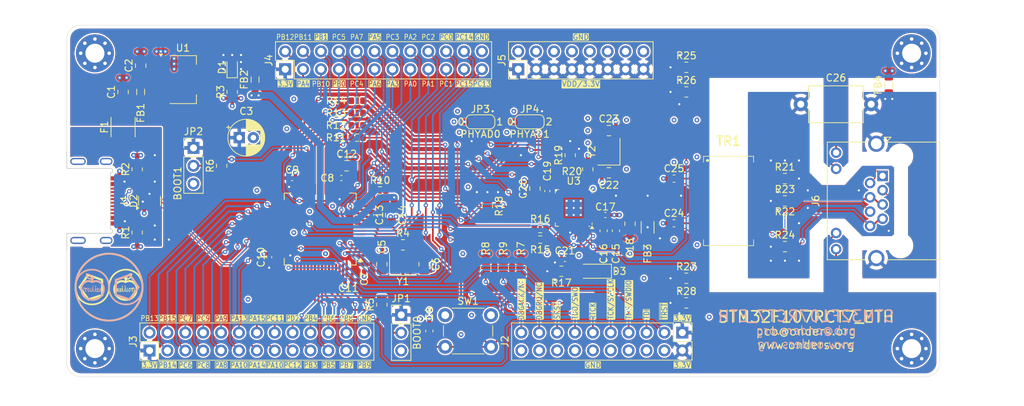
<source format=kicad_pcb>
(kicad_pcb
	(version 20241229)
	(generator "pcbnew")
	(generator_version "9.0")
	(general
		(thickness 1.6)
		(legacy_teardrops no)
	)
	(paper "A4")
	(layers
		(0 "F.Cu" signal)
		(4 "In1.Cu" signal)
		(6 "In2.Cu" signal)
		(2 "B.Cu" signal)
		(9 "F.Adhes" user "F.Adhesive")
		(11 "B.Adhes" user "B.Adhesive")
		(13 "F.Paste" user)
		(15 "B.Paste" user)
		(5 "F.SilkS" user "F.Silkscreen")
		(7 "B.SilkS" user "B.Silkscreen")
		(1 "F.Mask" user)
		(3 "B.Mask" user)
		(17 "Dwgs.User" user "User.Drawings")
		(19 "Cmts.User" user "User.Comments")
		(21 "Eco1.User" user "User.Eco1")
		(23 "Eco2.User" user "User.Eco2")
		(25 "Edge.Cuts" user)
		(27 "Margin" user)
		(31 "F.CrtYd" user "F.Courtyard")
		(29 "B.CrtYd" user "B.Courtyard")
		(35 "F.Fab" user)
		(33 "B.Fab" user)
		(39 "User.1" user)
		(41 "User.2" user)
		(43 "User.3" user)
		(45 "User.4" user)
	)
	(setup
		(stackup
			(layer "F.SilkS"
				(type "Top Silk Screen")
			)
			(layer "F.Paste"
				(type "Top Solder Paste")
			)
			(layer "F.Mask"
				(type "Top Solder Mask")
				(thickness 0.01)
			)
			(layer "F.Cu"
				(type "copper")
				(thickness 0.035)
			)
			(layer "dielectric 1"
				(type "prepreg")
				(thickness 0.1)
				(material "FR4")
				(epsilon_r 4.5)
				(loss_tangent 0.02)
			)
			(layer "In1.Cu"
				(type "copper")
				(thickness 0.035)
			)
			(layer "dielectric 2"
				(type "core")
				(thickness 1.24)
				(material "FR4")
				(epsilon_r 4.5)
				(loss_tangent 0.02)
			)
			(layer "In2.Cu"
				(type "copper")
				(thickness 0.035)
			)
			(layer "dielectric 3"
				(type "prepreg")
				(thickness 0.1)
				(material "FR4")
				(epsilon_r 4.5)
				(loss_tangent 0.02)
			)
			(layer "B.Cu"
				(type "copper")
				(thickness 0.035)
			)
			(layer "B.Mask"
				(type "Bottom Solder Mask")
				(thickness 0.01)
			)
			(layer "B.Paste"
				(type "Bottom Solder Paste")
			)
			(layer "B.SilkS"
				(type "Bottom Silk Screen")
			)
			(copper_finish "ENIG")
			(dielectric_constraints no)
		)
		(pad_to_mask_clearance 0)
		(allow_soldermask_bridges_in_footprints no)
		(tenting front back)
		(pcbplotparams
			(layerselection 0x00000000_00000000_55555555_5755f5ff)
			(plot_on_all_layers_selection 0x00000000_00000000_00000000_00000000)
			(disableapertmacros no)
			(usegerberextensions yes)
			(usegerberattributes no)
			(usegerberadvancedattributes no)
			(creategerberjobfile no)
			(dashed_line_dash_ratio 12.000000)
			(dashed_line_gap_ratio 3.000000)
			(svgprecision 6)
			(plotframeref no)
			(mode 1)
			(useauxorigin no)
			(hpglpennumber 1)
			(hpglpenspeed 20)
			(hpglpendiameter 15.000000)
			(pdf_front_fp_property_popups yes)
			(pdf_back_fp_property_popups yes)
			(pdf_metadata yes)
			(pdf_single_document no)
			(dxfpolygonmode yes)
			(dxfimperialunits yes)
			(dxfusepcbnewfont yes)
			(psnegative no)
			(psa4output no)
			(plot_black_and_white yes)
			(sketchpadsonfab no)
			(plotpadnumbers no)
			(hidednponfab no)
			(sketchdnponfab yes)
			(crossoutdnponfab yes)
			(subtractmaskfromsilk yes)
			(outputformat 1)
			(mirror no)
			(drillshape 0)
			(scaleselection 1)
			(outputdirectory "plot/pcb_gerber")
		)
	)
	(net 0 "")
	(net 1 "GND")
	(net 2 "Net-(U1-VI)")
	(net 3 "VDD")
	(net 4 "Net-(J2-~{SRST})")
	(net 5 "Net-(U2-PD0)")
	(net 6 "Net-(C6-Pad1)")
	(net 7 "VDDA")
	(net 8 "Net-(U3-VDD_1.2)")
	(net 9 "Net-(U3-VDDA_3.3)")
	(net 10 "/mcu/~{ETH_RST}")
	(net 11 "Net-(U3-XO)")
	(net 12 "Net-(U3-XI)")
	(net 13 "Net-(TR1-TCT)")
	(net 14 "Net-(TR1-RCT)")
	(net 15 "Net-(TR1-RD+)")
	(net 16 "Net-(TR1-TD+)")
	(net 17 "Net-(D1-K)")
	(net 18 "/mcu/USB_D-")
	(net 19 "/mcu/USB_D+")
	(net 20 "Net-(D2-VCC)")
	(net 21 "Net-(TR1-RD-)")
	(net 22 "unconnected-(J1-SBU1-PadA8)")
	(net 23 "unconnected-(J1-SBU2-PadB8)")
	(net 24 "Net-(J1-CC2)")
	(net 25 "Net-(J1-CC1)")
	(net 26 "Net-(J2-DBGACK{slash}NC)")
	(net 27 "Net-(J2-DBGRQ{slash}NC)")
	(net 28 "/mcu/PB3")
	(net 29 "/mcu/PA14")
	(net 30 "/mcu/PA13")
	(net 31 "Net-(J2-RTCK)")
	(net 32 "/mcu/PA15")
	(net 33 "/mcu/PB4")
	(net 34 "/mcu/PC7")
	(net 35 "/mcu/PC12")
	(net 36 "/mcu/ETH_WOL")
	(net 37 "/mcu/PC15")
	(net 38 "/mcu/ETH_MDC")
	(net 39 "/mcu/PA5")
	(net 40 "/mcu/PA1")
	(net 41 "/mcu/PC10")
	(net 42 "/mcu/PC14")
	(net 43 "/mcu/ETH_MDIO")
	(net 44 "/mcu/PB5")
	(net 45 "/mcu/PC6")
	(net 46 "/mcu/ETH_INTRP")
	(net 47 "/mcu/PC8")
	(net 48 "/mcu/PB1")
	(net 49 "/mcu/PA6")
	(net 50 "/mcu/ETH_TXD0")
	(net 51 "/mcu/PD2")
	(net 52 "/mcu/PA7")
	(net 53 "/mcu/PB7")
	(net 54 "/mcu/PA10")
	(net 55 "/mcu/ETH_TXEN")
	(net 56 "/mcu/PB9")
	(net 57 "/mcu/PC13")
	(net 58 "/mcu/PB10")
	(net 59 "/mcu/PB14")
	(net 60 "/mcu/PA9")
	(net 61 "/mcu/PA4")
	(net 62 "/mcu/PB6")
	(net 63 "/mcu/PC0")
	(net 64 "/mcu/PC11")
	(net 65 "/mcu/ETH_TXD1")
	(net 66 "/mcu/PC9")
	(net 67 "/mcu/PB8")
	(net 68 "/mcu/PB0")
	(net 69 "/mcu/PA3")
	(net 70 "/mcu/PC5")
	(net 71 "/mcu/PA8")
	(net 72 "/mcu/PC4")
	(net 73 "/mcu/PB15")
	(net 74 "Net-(C1-Pad1)")
	(net 75 "Net-(U3-LED0{slash}PME_N1{slash}NWAYEN)")
	(net 76 "Net-(TR1-TD-)")
	(net 77 "Net-(JP1-C)")
	(net 78 "Net-(JP2-C)")
	(net 79 "Net-(JP3-C)")
	(net 80 "Net-(JP4-C)")
	(net 81 "Net-(U2-PD1)")
	(net 82 "/mcu/BOOT0")
	(net 83 "Net-(U2-PB2)")
	(net 84 "/mcu/ETH_REF_CLK")
	(net 85 "/mcu/ETH_CRS_DV")
	(net 86 "/mcu/ETH_RXD0")
	(net 87 "/mcu/ETH_RXD1")
	(net 88 "/mcu/ETH_RXER")
	(net 89 "Net-(U3-TXD1)")
	(net 90 "Net-(U3-TXD0)")
	(net 91 "Net-(U3-REXT)")
	(net 92 "Net-(R21-Pad1)")
	(net 93 "Net-(R22-Pad1)")
	(net 94 "unconnected-(TR1-NC-Pad12)")
	(net 95 "unconnected-(TR1-NC-Pad5)")
	(net 96 "unconnected-(TR1-NC-Pad4)")
	(net 97 "unconnected-(TR1-NC-Pad13)")
	(net 98 "unconnected-(U3-NC-Pad26)")
	(net 99 "unconnected-(U3-NC-Pad27)")
	(net 100 "Net-(TR1-RX+)")
	(net 101 "Net-(J6-Pad7)")
	(net 102 "Net-(J6-Pad4)")
	(net 103 "Net-(TR1-TX+)")
	(net 104 "Net-(TR1-RX-)")
	(net 105 "Net-(TR1-TX-)")
	(net 106 "Net-(C26-Pad2)")
	(net 107 "Net-(C26-Pad1)")
	(net 108 "Net-(J6-Pad12)")
	(net 109 "Net-(U3-LED1{slash}SPEED)")
	(net 110 "Net-(J6-Pad10)")
	(footprint "Capacitor_SMD:C_0402_1005Metric" (layer "F.Cu") (at 126.75 108.25 180))
	(footprint "Package_TO_SOT_SMD:SOT-223" (layer "F.Cu") (at 72.5 82.75))
	(footprint "Resistor_SMD:R_0805_2012Metric" (layer "F.Cu") (at 100.75 114.75 90))
	(footprint "Connector_PinHeader_2.54mm:PinHeader_2x13_P2.54mm_Vertical" (layer "F.Cu") (at 67.76 121.275 90))
	(footprint "Capacitor_SMD:C_0402_1005Metric" (layer "F.Cu") (at 95 96.75))
	(footprint "Capacitor_SMD:C_0805_2012Metric" (layer "F.Cu") (at 133 96 180))
	(footprint "Capacitor_THT:C_Disc_D7.5mm_W5.0mm_P10.00mm" (layer "F.Cu") (at 160.25 86.25))
	(footprint "Capacitor_SMD:C_0402_1005Metric" (layer "F.Cu") (at 84.75 108 90))
	(footprint "Capacitor_SMD:C_0603_1608Metric" (layer "F.Cu") (at 134 104.25 -90))
	(footprint "Resistor_SMD:R_0805_2012Metric" (layer "F.Cu") (at 120.5 109.5 90))
	(footprint "Inductor_SMD:L_0805_2012Metric" (layer "F.Cu") (at 172.75 83.5 -90))
	(footprint "Resistor_SMD:R_0603_1608Metric" (layer "F.Cu") (at 97.25 85.75 180))
	(footprint "Package_TO_SOT_SMD:SOT-143" (layer "F.Cu") (at 67.75 100 90))
	(footprint "Resistor_SMD:R_0805_2012Metric" (layer "F.Cu") (at 158 103.175))
	(footprint "Inductor_SMD:L_0805_2012Metric" (layer "F.Cu") (at 66.5 84.5 90))
	(footprint "Button_Switch_THT:SW_PUSH_6mm_H5mm" (layer "F.Cu") (at 109.75 116.25))
	(footprint "Capacitor_SMD:C_0603_1608Metric" (layer "F.Cu") (at 132.25 104.25 -90))
	(footprint "Capacitor_SMD:C_0805_2012Metric" (layer "F.Cu") (at 106.75 109 -90))
	(footprint "Capacitor_SMD:C_0603_1608Metric" (layer "F.Cu") (at 142.25 96.825 180))
	(footprint "Capacitor_SMD:C_0805_2012Metric" (layer "F.Cu") (at 136 103.25 -90))
	(footprint "Resistor_SMD:R_0805_2012Metric" (layer "F.Cu") (at 158 96.825))
	(footprint "MountingHole:MountingHole_2.7mm_M2.5_Pad_Via" (layer "F.Cu") (at 60 79))
	(footprint "Jumper:SolderJumper-3_P1.3mm_Bridged12_RoundedPad1.0x1.5mm_NumberLabels" (layer "F.Cu") (at 121.75 88.75))
	(footprint "additional_parts:sacret_chao_10.0mm" (layer "F.Cu") (at 62 112.25))
	(footprint "Package_QFP:LQFP-64_10x10mm_P0.5mm" (layer "F.Cu") (at 92 104 180))
	(footprint "Resistor_SMD:R_0805_2012Metric" (layer "F.Cu") (at 115.5 109.5 90))
	(footprint "Capacitor_SMD:C_0603_1608Metric" (layer "F.Cu") (at 142.25 103.175 180))
	(footprint "Connector_PinHeader_2.54mm:PinHeader_2x12_P2.54mm_Vertical" (layer "F.Cu") (at 87.025 81.275 90))
	(footprint "Resistor_SMD:R_0805_2012Metric" (layer "F.Cu") (at 66 95.5 90))
	(footprint "Capacitor_SMD:C_0805_2012Metric" (layer "F.Cu") (at 102 102 -90))
	(footprint "Capacitor_SMD:C_0402_1005Metric"
		(layer "F.Cu")
		(uuid "5d445d6f-5c3a-416f-b8b9-ce48c73ee77f")
		(at 132.5 102)
		(descr "Capacitor SMD 0402 (1005 Metric), square (rectangular) end terminal, IPC_7351 nominal, (Body size source: IPC-SM-782 page 76, https://www.pcb-3d.com/wordpress/wp-content/uploads/ipc-sm-782a_amendment_1_and_2.pdf), generated with kicad-footprint-generator")
		(tags "capacitor")
		(property "Reference" "C17"
			(at 0 -1.16 0)
			(layer "F.SilkS")
			(uuid "c4956a26-4fce-45ec-9909-af24decb5553")
			(effects
				(font
					(size 1 1)
					(thickness 0.15)
				)
			)
		)
		(property "Value" "10uF"
			(at 0 1.16 0)
			(layer "F.Fab")
			(uuid "8db408fa-9540-40f7-a4ba-c8e5c23f51ef")
			(effects
				(font
					(size 1 1)
					(thickness 0.15)
				)
			)
		)
		(property "Datasheet" ""
			(at 0 0 0)
			(unlocked yes)
			(layer "F.Fab")
			(hide yes)
			(uuid "017273c6-28c3-4e90-9b92-3a67eaa36783")
			(effects
				(font
					(size 1.27 1.27)
					(thickness 0.15)
				)
			)
		)
		(property "Description" "Unpolarized capacitor"
			(at 0 0 0)
			(unlocked yes)
			(layer "F.Fab")
			(hide yes)
			(uuid "34a32d30-4966-4c13-ad83-59ef4830b3ee")
			(effects
				(font
					(size 1.27 1.27)
					(thickness 0.15)
				)
			)
		)
		(property ki_fp_filters "C_*")
		(path "/fe52ffbb-20d7-4cee-84ae-9c35da413404/9b9a59c4-052d-4400-8bf4-37f41e9e5112")
		(sheetname "/phy/")
		(sheetfile "phy.kicad_sch")
		(attr smd)
		(fp_line
			(start -0.107836 -0.36)
			(end 0.107836 -0.36)
			(stroke
				(width 0.12)
				(type solid)
			)
			(layer "F.SilkS")
			(uuid "d10a1144-ca45-4c3a-89da-3a8debf3e08e")
		)
		(fp_line
			(start -0.107836 0.36)
			(end 0.107836 0.36)
			(stroke
				(width 0.12)
				(type solid)
			)
			(layer "F.SilkS")
			(uuid "314c6a7a-5fa2-
... [2158498 chars truncated]
</source>
